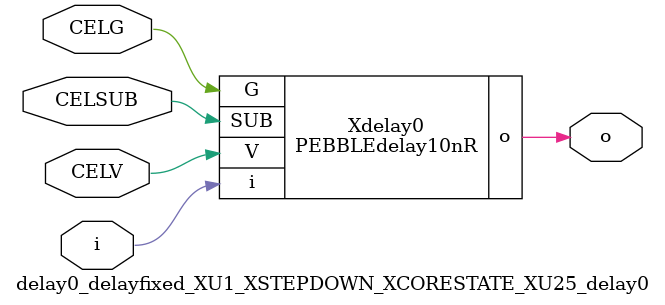
<source format=v>



module PEBBLEdelay10nR ( o, V, G, i, SUB );

  input V;
  input i;
  input G;
  output o;
  input SUB;
endmodule

//Celera Confidential Do Not Copy delay0_delayfixed_XU1_XSTEPDOWN_XCORESTATE_XU25_delay0
//TYPE: fixed 10ns
module delay0_delayfixed_XU1_XSTEPDOWN_XCORESTATE_XU25_delay0 (i, CELV, o,
CELG,CELSUB);
input CELV;
input i;
output o;
input CELSUB;
input CELG;

//Celera Confidential Do Not Copy delayfast0
PEBBLEdelay10nR Xdelay0(
.V (CELV),
.i (i),
.o (o),
.G (CELG),
.SUB (CELSUB)
);
//,diesize,PEBBLEdelay10nR

//Celera Confidential Do Not Copy Module End
//Celera Schematic Generator
endmodule

</source>
